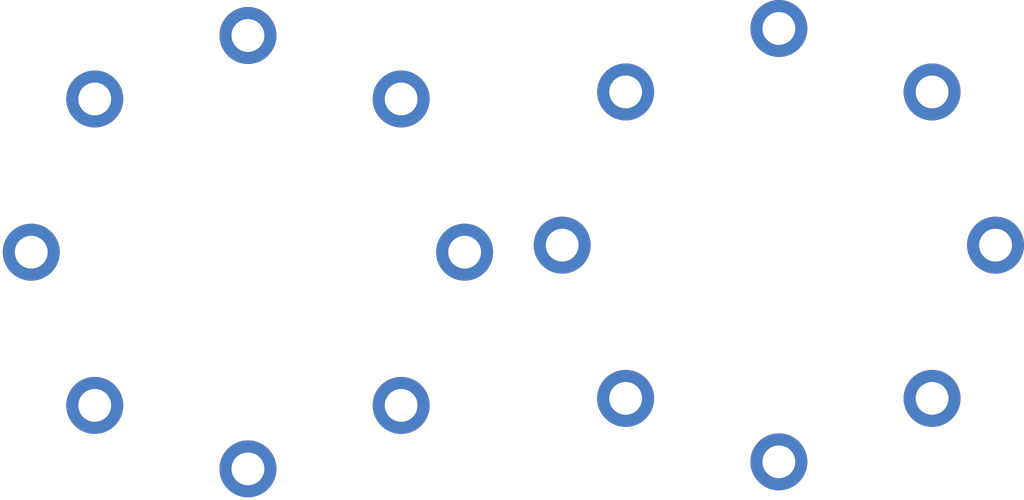
<source format=kicad_pcb>
(kicad_pcb (version 20221018) (generator pcbnew)
  (layers (0 "F.Cu" signal) (31 "B.Cu" signal) (34 "B.Paste" user) (35 "F.Paste" user) (36 "B.SilkS" user "B.Silkscreen") (37 "F.SilkS" user "F.Silkscreen") (38 "B.Mask" user) (39 "F.Mask" user) (44 "Edge.Cuts" user))
  (net 0 "")
  (footprint "" (layer "F.Cu") (at 84.923732 81.58874)
    (fp_text reference "" (at 0 0) (layer "F.SilkS") (effects (font (size 1.27 1.27))))
    (fp_text value "" (at 0 0) (layer "F.SilkS") (effects (font (size 1.27 1.27))))
    (pad "1" thru_hole circle (at 0 0) (size 9.2 9.2) (drill 5.3) (layers "*.Cu" "*.Mask"))
  )
  (footprint "" (layer "F.Cu") (at 145.935 20.705)
    (fp_text reference "" (at 0 0) (layer "F.SilkS") (effects (font (size 1.27 1.27))))
    (fp_text value "" (at 0 0) (layer "F.SilkS") (effects (font (size 1.27 1.27))))
    (pad "1" thru_hole circle (at 0 0) (size 9.2 9.2) (drill 5.3) (layers "*.Cu" "*.Mask"))
  )
  (footprint "" (layer "F.Cu") (at 170.683737 30.956263)
    (fp_text reference "" (at 0 0) (layer "F.SilkS") (effects (font (size 1.27 1.27))))
    (fp_text value "" (at 0 0) (layer "F.SilkS") (effects (font (size 1.27 1.27))))
    (pad "1" thru_hole circle (at 0 0) (size 9.2 9.2) (drill 5.3) (layers "*.Cu" "*.Mask"))
  )
  (footprint "" (layer "F.Cu") (at 95.174995 56.840003)
    (fp_text reference "" (at 0 0) (layer "F.SilkS") (effects (font (size 1.27 1.27))))
    (fp_text value "" (at 0 0) (layer "F.SilkS") (effects (font (size 1.27 1.27))))
    (pad "1" thru_hole circle (at 0 0) (size 9.2 9.2) (drill 5.3) (layers "*.Cu" "*.Mask"))
  )
  (footprint "" (layer "F.Cu") (at 180.935 55.705)
    (fp_text reference "" (at 0 0) (layer "F.SilkS") (effects (font (size 1.27 1.27))))
    (fp_text value "" (at 0 0) (layer "F.SilkS") (effects (font (size 1.27 1.27))))
    (pad "1" thru_hole circle (at 0 0) (size 9.2 9.2) (drill 5.3) (layers "*.Cu" "*.Mask"))
  )
  (footprint "" (layer "F.Cu") (at 84.923732 32.091266)
    (fp_text reference "" (at 0 0) (layer "F.SilkS") (effects (font (size 1.27 1.27))))
    (fp_text value "" (at 0 0) (layer "F.SilkS") (effects (font (size 1.27 1.27))))
    (pad "1" thru_hole circle (at 0 0) (size 9.2 9.2) (drill 5.3) (layers "*.Cu" "*.Mask"))
  )
  (footprint "" (layer "F.Cu") (at 110.935 55.705)
    (fp_text reference "" (at 0 0) (layer "F.SilkS") (effects (font (size 1.27 1.27))))
    (fp_text value "" (at 0 0) (layer "F.SilkS") (effects (font (size 1.27 1.27))))
    (pad "1" thru_hole circle (at 0 0) (size 9.2 9.2) (drill 5.3) (layers "*.Cu" "*.Mask"))
  )
  (footprint "" (layer "F.Cu") (at 35.426258 32.091266)
    (fp_text reference "" (at 0 0) (layer "F.SilkS") (effects (font (size 1.27 1.27))))
    (fp_text value "" (at 0 0) (layer "F.SilkS") (effects (font (size 1.27 1.27))))
    (pad "1" thru_hole circle (at 0 0) (size 9.2 9.2) (drill 5.3) (layers "*.Cu" "*.Mask"))
  )
  (footprint "" (layer "F.Cu") (at 121.186263 30.956263)
    (fp_text reference "" (at 0 0) (layer "F.SilkS") (effects (font (size 1.27 1.27))))
    (fp_text value "" (at 0 0) (layer "F.SilkS") (effects (font (size 1.27 1.27))))
    (pad "1" thru_hole circle (at 0 0) (size 9.2 9.2) (drill 5.3) (layers "*.Cu" "*.Mask"))
  )
  (footprint "" (layer "F.Cu") (at 35.426258 81.58874)
    (fp_text reference "" (at 0 0) (layer "F.SilkS") (effects (font (size 1.27 1.27))))
    (fp_text value "" (at 0 0) (layer "F.SilkS") (effects (font (size 1.27 1.27))))
    (pad "1" thru_hole circle (at 0 0) (size 9.2 9.2) (drill 5.3) (layers "*.Cu" "*.Mask"))
  )
  (footprint "" (layer "F.Cu") (at 170.683737 80.453737)
    (fp_text reference "" (at 0 0) (layer "F.SilkS") (effects (font (size 1.27 1.27))))
    (fp_text value "" (at 0 0) (layer "F.SilkS") (effects (font (size 1.27 1.27))))
    (pad "1" thru_hole circle (at 0 0) (size 9.2 9.2) (drill 5.3) (layers "*.Cu" "*.Mask"))
  )
  (footprint "" (layer "F.Cu") (at 145.935 90.705)
    (fp_text reference "" (at 0 0) (layer "F.SilkS") (effects (font (size 1.27 1.27))))
    (fp_text value "" (at 0 0) (layer "F.SilkS") (effects (font (size 1.27 1.27))))
    (pad "1" thru_hole circle (at 0 0) (size 9.2 9.2) (drill 5.3) (layers "*.Cu" "*.Mask"))
  )
  (footprint "" (layer "F.Cu") (at 25.174995 56.840003)
    (fp_text reference "" (at 0 0) (layer "F.SilkS") (effects (font (size 1.27 1.27))))
    (fp_text value "" (at 0 0) (layer "F.SilkS") (effects (font (size 1.27 1.27))))
    (pad "1" thru_hole circle (at 0 0) (size 9.2 9.2) (drill 5.3) (layers "*.Cu" "*.Mask"))
  )
  (footprint "" (layer "F.Cu") (at 60.174995 91.840003)
    (fp_text reference "" (at 0 0) (layer "F.SilkS") (effects (font (size 1.27 1.27))))
    (fp_text value "" (at 0 0) (layer "F.SilkS") (effects (font (size 1.27 1.27))))
    (pad "1" thru_hole circle (at 0 0) (size 9.2 9.2) (drill 5.3) (layers "*.Cu" "*.Mask"))
  )
  (footprint "" (layer "F.Cu") (at 60.174995 21.840003)
    (fp_text reference "" (at 0 0) (layer "F.SilkS") (effects (font (size 1.27 1.27))))
    (fp_text value "" (at 0 0) (layer "F.SilkS") (effects (font (size 1.27 1.27))))
    (pad "1" thru_hole circle (at 0 0) (size 9.2 9.2) (drill 5.3) (layers "*.Cu" "*.Mask"))
  )
  (footprint "" (layer "F.Cu") (at 121.186263 80.453737)
    (fp_text reference "" (at 0 0) (layer "F.SilkS") (effects (font (size 1.27 1.27))))
    (fp_text value "" (at 0 0) (layer "F.SilkS") (effects (font (size 1.27 1.27))))
    (pad "1" thru_hole circle (at 0 0) (size 9.2 9.2) (drill 5.3) (layers "*.Cu" "*.Mask"))
  )
  (gr_circle (center 60.174995 56.840003) (end 100.174995 56.840003) (stroke (width 0.001)) (fill none) (layer "Edge.Cuts"))
)
</source>
